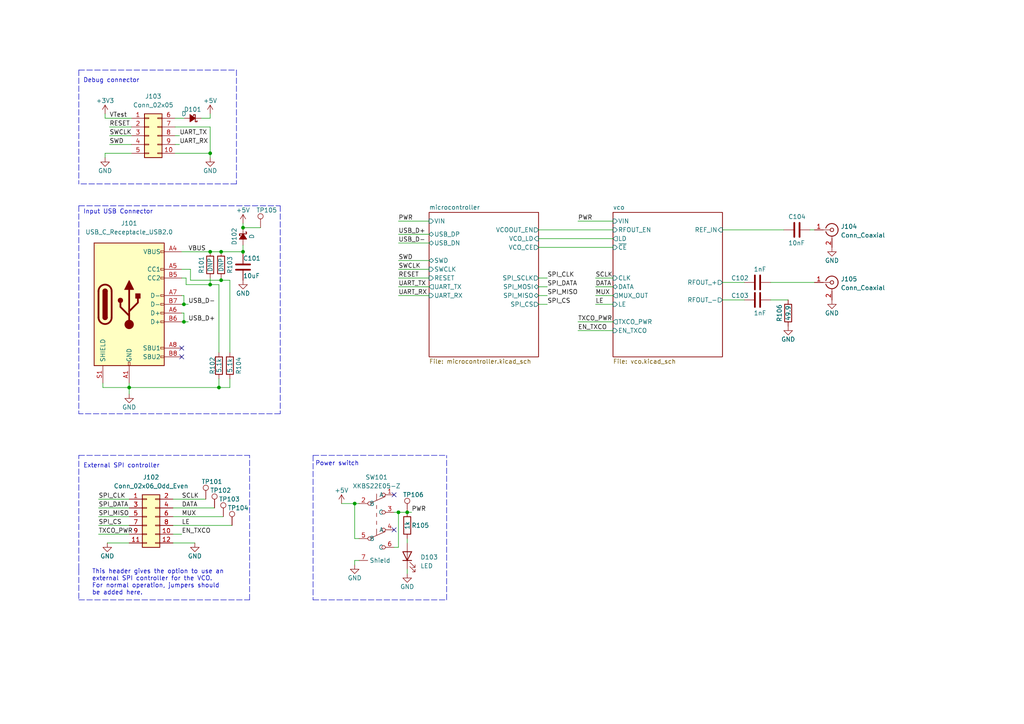
<source format=kicad_sch>
(kicad_sch (version 20211123) (generator eeschema)
  (paper "A4")
  (title_block (title "MAX2871 Eval Board") (date "2023-01-11") (rev "1.0") (company "The Antenna Guy"))
  (lib_symbols
    (symbol "Connector:Conn_Coaxial" (pin_names (offset 1.016) hide)
      (property "Reference" "J" (at 0.254 3.048 0))
      (property "Value" "Conn_Coaxial" (at 2.921 0 90))
      (symbol "Conn_Coaxial_0_1"
        (arc (start -1.778 -0.508) (mid 0.2311 -1.8066) (end 1.778 0) (stroke (width 0.254)))
        (polyline (pts (xy -2.54 0) (xy -0.508 0)))
        (polyline (pts (xy 0 -2.54) (xy 0 -1.778)))
        (circle (center 0 0) (radius 0.508) (stroke (width 0.2032)))
        (arc (start 1.778 0) (mid 0.2099 1.8101) (end -1.778 0.508) (stroke (width 0.254)))
      )
      (symbol "Conn_Coaxial_1_1"
        (pin passive line (at -5.08 0 0) (length 2.54) (name "In") (number "1"))
        (pin passive line (at 0 -5.08 90) (length 2.54) (name "Ext") (number "2"))
      )
    )
    (symbol "Connector:TestPoint" (pin_numbers hide) (pin_names (offset 0.762) hide)
      (property "Reference" "TP" (at 0 6.858 0))
      (property "Value" "TestPoint" (at 0 5.08 0))
      (symbol "TestPoint_0_1"
        (circle (center 0 3.302) (radius 0.762))
      )
      (symbol "TestPoint_1_1"
        (pin passive line (at 0 0 90) (length 2.54) (name "1") (number "1"))
      )
    )
    (symbol "Connector:USB_C_Receptacle_USB2.0" (pin_names (offset 1.016))
      (property "Reference" "J" (at -10.16 19.05 0))
      (property "Value" "USB_C_Receptacle_USB2.0" (at 19.05 19.05 0))
      (symbol "USB_C_Receptacle_USB2.0_0_0"
        (rectangle (start -0.254 -17.78) (end 0.254 -16.764))
        (rectangle (start 10.16 -14.986) (end 9.144 -15.494))
        (rectangle (start 10.16 -12.446) (end 9.144 -12.954))
        (rectangle (start 10.16 -4.826) (end 9.144 -5.334))
        (rectangle (start 10.16 -2.286) (end 9.144 -2.794))
        (rectangle (start 10.16 0.254) (end 9.144 -0.254))
        (rectangle (start 10.16 2.794) (end 9.144 2.286))
        (rectangle (start 10.16 7.874) (end 9.144 7.366))
        (rectangle (start 10.16 10.414) (end 9.144 9.906))
        (rectangle (start 10.16 15.494) (end 9.144 14.986))
      )
      (symbol "USB_C_Receptacle_USB2.0_0_1"
        (rectangle (start -10.16 17.78) (end 10.16 -17.78) (stroke (width 0.254)) (fill (type background)))
        (arc (start -8.89 -3.81) (mid -6.985 -5.715) (end -5.08 -3.81) (stroke (width 0.508)))
        (arc (start -7.62 -3.81) (mid -6.985 -4.445) (end -6.35 -3.81) (stroke (width 0.254)))
        (arc (start -7.62 -3.81) (mid -6.985 -4.445) (end -6.35 -3.81) (stroke (width 0.254)) (fill (type outline)))
        (rectangle (start -7.62 -3.81) (end -6.35 3.81) (stroke (width 0.254)) (fill (type outline)))
        (arc (start -6.35 3.81) (mid -6.985 4.445) (end -7.62 3.81) (stroke (width 0.254)))
        (arc (start -6.35 3.81) (mid -6.985 4.445) (end -7.62 3.81) (stroke (width 0.254)) (fill (type outline)))
        (arc (start -5.08 3.81) (mid -6.985 5.715) (end -8.89 3.81) (stroke (width 0.508)))
        (circle (center -2.54 1.143) (radius 0.635) (stroke (width 0.254)) (fill (type outline)))
        (circle (center 0 -5.842) (radius 1.27) (fill (type outline)))
        (polyline (pts (xy -8.89 -3.81) (xy -8.89 3.81)) (stroke (width 0.508)))
        (polyline (pts (xy -5.08 3.81) (xy -5.08 -3.81)) (stroke (width 0.508)))
        (polyline (pts (xy 0 -5.842) (xy 0 4.318)) (stroke (width 0.508)))
        (polyline (pts (xy 0 -3.302) (xy -2.54 -0.762) (xy -2.54 0.508)) (stroke (width 0.508)))
        (polyline (pts (xy 0 -2.032) (xy 2.54 0.508) (xy 2.54 1.778)) (stroke (width 0.508)))
        (polyline (pts (xy -1.27 4.318) (xy 0 6.858) (xy 1.27 4.318) (xy -1.27 4.318)) (stroke (width 0.254)) (fill (type outline)))
        (rectangle (start 1.905 1.778) (end 3.175 3.048) (stroke (width 0.254)) (fill (type outline)))
      )
      (symbol "USB_C_Receptacle_USB2.0_1_1"
        (pin passive line (at 0 -22.86 90) (length 5.08) (name "GND") (number "A1"))
        (pin passive line (at 0 -22.86 90) (length 5.08) hide (name "GND") (number "A12"))
        (pin passive line (at 15.24 15.24 180) (length 5.08) (name "VBUS") (number "A4"))
        (pin bidirectional line (at 15.24 10.16 180) (length 5.08) (name "CC1") (number "A5"))
        (pin bidirectional line (at 15.24 -2.54 180) (length 5.08) (name "D+") (number "A6"))
        (pin bidirectional line (at 15.24 2.54 180) (length 5.08) (name "D-") (number "A7"))
        (pin bidirectional line (at 15.24 -12.7 180) (length 5.08) (name "SBU1") (number "A8"))
        (pin passive line (at 15.24 15.24 180) (length 5.08) hide (name "VBUS") (number "A9"))
        (pin passive line (at 0 -22.86 90) (length 5.08) hide (name "GND") (number "B1"))
        (pin passive line (at 0 -22.86 90) (length 5.08) hide (name "GND") (number "B12"))
        (pin passive line (at 15.24 15.24 180) (length 5.08) hide (name "VBUS") (number "B4"))
        (pin bidirectional line (at 15.24 7.62 180) (length 5.08) (name "CC2") (number "B5"))
        (pin bidirectional line (at 15.24 -5.08 180) (length 5.08) (name "D+") (number "B6"))
        (pin bidirectional line (at 15.24 0 180) (length 5.08) (name "D-") (number "B7"))
        (pin bidirectional line (at 15.24 -15.24 180) (length 5.08) (name "SBU2") (number "B8"))
        (pin passive line (at 15.24 15.24 180) (length 5.08) hide (name "VBUS") (number "B9"))
        (pin passive line (at -7.62 -22.86 90) (length 5.08) (name "SHIELD") (number "S1"))
      )
    )
    (symbol "Connector_Generic:Conn_02x05_Top_Bottom" (pin_names (offset 1.016) hide)
      (property "Reference" "J" (at 1.27 7.62 0))
      (property "Value" "Conn_02x05_Top_Bottom" (at 1.27 -7.62 0))
      (symbol "Conn_02x05_Top_Bottom_1_1"
        (rectangle (start -1.27 -4.953) (end 0 -5.207) (stroke (width 0.1524)))
        (rectangle (start -1.27 -2.413) (end 0 -2.667) (stroke (width 0.1524)))
        (rectangle (start -1.27 0.127) (end 0 -0.127) (stroke (width 0.1524)))
        (rectangle (start -1.27 2.667) (end 0 2.413) (stroke (width 0.1524)))
        (rectangle (start -1.27 5.207) (end 0 4.953) (stroke (width 0.1524)))
        (rectangle (start -1.27 6.35) (end 3.81 -6.35) (stroke (width 0.254)) (fill (type background)))
        (rectangle (start 3.81 -4.953) (end 2.54 -5.207) (stroke (width 0.1524)))
        (rectangle (start 3.81 -2.413) (end 2.54 -2.667) (stroke (width 0.1524)))
        (rectangle (start 3.81 0.127) (end 2.54 -0.127) (stroke (width 0.1524)))
        (rectangle (start 3.81 2.667) (end 2.54 2.413) (stroke (width 0.1524)))
        (rectangle (start 3.81 5.207) (end 2.54 4.953) (stroke (width 0.1524)))
        (pin passive line (at -5.08 5.08 0) (length 3.81) (name "Pin_1") (number "1"))
        (pin passive line (at 7.62 -5.08 180) (length 3.81) (name "Pin_10") (number "10"))
        (pin passive line (at -5.08 2.54 0) (length 3.81) (name "Pin_2") (number "2"))
        (pin passive line (at -5.08 0 0) (length 3.81) (name "Pin_3") (number "3"))
        (pin passive line (at -5.08 -2.54 0) (length 3.81) (name "Pin_4") (number "4"))
        (pin passive line (at -5.08 -5.08 0) (length 3.81) (name "Pin_5") (number "5"))
        (pin passive line (at 7.62 5.08 180) (length 3.81) (name "Pin_6") (number "6"))
        (pin passive line (at 7.62 2.54 180) (length 3.81) (name "Pin_7") (number "7"))
        (pin passive line (at 7.62 0 180) (length 3.81) (name "Pin_8") (number "8"))
        (pin passive line (at 7.62 -2.54 180) (length 3.81) (name "Pin_9") (number "9"))
      )
    )
    (symbol "Connector_Generic:Conn_02x06_Odd_Even" (pin_names (offset 1.016) hide)
      (property "Reference" "J" (at 1.27 7.62 0))
      (property "Value" "Conn_02x06_Odd_Even" (at 1.27 -10.16 0))
      (symbol "Conn_02x06_Odd_Even_1_1"
        (rectangle (start -1.27 -7.493) (end 0 -7.747) (stroke (width 0.1524)))
        (rectangle (start -1.27 -4.953) (end 0 -5.207) (stroke (width 0.1524)))
        (rectangle (start -1.27 -2.413) (end 0 -2.667) (stroke (width 0.1524)))
        (rectangle (start -1.27 0.127) (end 0 -0.127) (stroke (width 0.1524)))
        (rectangle (start -1.27 2.667) (end 0 2.413) (stroke (width 0.1524)))
        (rectangle (start -1.27 5.207) (end 0 4.953) (stroke (width 0.1524)))
        (rectangle (start -1.27 6.35) (end 3.81 -8.89) (stroke (width 0.254)) (fill (type background)))
        (rectangle (start 3.81 -7.493) (end 2.54 -7.747) (stroke (width 0.1524)))
        (rectangle (start 3.81 -4.953) (end 2.54 -5.207) (stroke (width 0.1524)))
        (rectangle (start 3.81 -2.413) (end 2.54 -2.667) (stroke (width 0.1524)))
        (rectangle (start 3.81 0.127) (end 2.54 -0.127) (stroke (width 0.1524)))
        (rectangle (start 3.81 2.667) (end 2.54 2.413) (stroke (width 0.1524)))
        (rectangle (start 3.81 5.207) (end 2.54 4.953) (stroke (width 0.1524)))
        (pin passive line (at -5.08 5.08 0) (length 3.81) (name "Pin_1") (number "1"))
        (pin passive line (at 7.62 -5.08 180) (length 3.81) (name "Pin_10") (number "10"))
        (pin passive line (at -5.08 -7.62 0) (length 3.81) (name "Pin_11") (number "11"))
        (pin passive line (at 7.62 -7.62 180) (length 3.81) (name "Pin_12") (number "12"))
        (pin passive line (at 7.62 5.08 180) (length 3.81) (name "Pin_2") (number "2"))
        (pin passive line (at -5.08 2.54 0) (length 3.81) (name "Pin_3") (number "3"))
        (pin passive line (at 7.62 2.54 180) (length 3.81) (name "Pin_4") (number "4"))
        (pin passive line (at -5.08 0 0) (length 3.81) (name "Pin_5") (number "5"))
        (pin passive line (at 7.62 0 180) (length 3.81) (name "Pin_6") (number "6"))
        (pin passive line (at -5.08 -2.54 0) (length 3.81) (name "Pin_7") (number "7"))
        (pin passive line (at 7.62 -2.54 180) (length 3.81) (name "Pin_8") (number "8"))
        (pin passive line (at -5.08 -5.08 0) (length 3.81) (name "Pin_9") (number "9"))
      )
    )
    (symbol "Device:C" (pin_numbers hide) (pin_names (offset 0.254))
      (property "Reference" "C" (at 0.635 2.54 0))
      (property "Value" "C" (at 0.635 -2.54 0))
      (symbol "C_0_1"
        (polyline (pts (xy -2.032 -0.762) (xy 2.032 -0.762)) (stroke (width 0.508)))
        (polyline (pts (xy -2.032 0.762) (xy 2.032 0.762)) (stroke (width 0.508)))
      )
      (symbol "C_1_1"
        (pin passive line (at 0 3.81 270) (length 2.794) (name "~") (number "1"))
        (pin passive line (at 0 -3.81 90) (length 2.794) (name "~") (number "2"))
      )
    )
    (symbol "Device:D_Schottky_Small_Filled" (pin_numbers hide) (pin_names (offset 0.254) hide)
      (property "Reference" "D" (at -1.27 2.032 0))
      (property "Value" "D_Schottky_Small_Filled" (at -7.112 -2.032 0))
      (symbol "D_Schottky_Small_Filled_0_1"
        (polyline (pts (xy -0.762 0) (xy 0.762 0)))
        (polyline (pts (xy 0.762 -1.016) (xy -0.762 0) (xy 0.762 1.016) (xy 0.762 -1.016)) (stroke (width 0.254)) (fill (type outline)))
        (polyline (pts (xy -1.27 0.762) (xy -1.27 1.016) (xy -0.762 1.016) (xy -0.762 -1.016) (xy -0.254 -1.016) (xy -0.254 -0.762)) (stroke (width 0.254)))
      )
      (symbol "D_Schottky_Small_Filled_1_1"
        (pin passive line (at -2.54 0 0) (length 1.778) (name "K") (number "1"))
        (pin passive line (at 2.54 0 180) (length 1.778) (name "A") (number "2"))
      )
    )
    (symbol "Device:LED" (pin_numbers hide) (pin_names (offset 1.016) hide)
      (property "Reference" "D" (at 0 2.54 0))
      (property "Value" "LED" (at 0 -2.54 0))
      (symbol "LED_0_1"
        (polyline (pts (xy -1.27 -1.27) (xy -1.27 1.27)) (stroke (width 0.254)))
        (polyline (pts (xy -1.27 0) (xy 1.27 0)))
        (polyline (pts (xy 1.27 -1.27) (xy 1.27 1.27) (xy -1.27 0) (xy 1.27 -1.27)) (stroke (width 0.254)))
        (polyline (pts (xy -3.048 -0.762) (xy -4.572 -2.286) (xy -3.81 -2.286) (xy -4.572 -2.286) (xy -4.572 -1.524)))
        (polyline (pts (xy -1.778 -0.762) (xy -3.302 -2.286) (xy -2.54 -2.286) (xy -3.302 -2.286) (xy -3.302 -1.524)))
      )
      (symbol "LED_1_1"
        (pin passive line (at -3.81 0 0) (length 2.54) (name "K") (number "1"))
        (pin passive line (at 3.81 0 180) (length 2.54) (name "A") (number "2"))
      )
    )
    (symbol "Device:R" (pin_numbers hide) (pin_names (offset 0))
      (property "Reference" "R" (at 2.032 0 90))
      (property "Value" "R" (at 0 0 90))
      (symbol "R_0_1"
        (rectangle (start -1.016 -2.54) (end 1.016 2.54) (stroke (width 0.254)))
      )
      (symbol "R_1_1"
        (pin passive line (at 0 3.81 270) (length 1.27) (name "~") (number "1"))
        (pin passive line (at 0 -3.81 90) (length 1.27) (name "~") (number "2"))
      )
    )
    (symbol "XKBS22E05-Z:XKBS22E05-Z"
      (property "Reference" "SW" (at 0 0 0))
      (property "Value" "XKBS22E05-Z" (at 0 0 0))
      (symbol "XKBS22E05-Z_0_0"
        (circle (center -2.032 -5.08) (radius 0.508))
        (circle (center -2.032 5.08) (radius 0.508))
        (circle (center 2.032 -7.62) (radius 0.508))
        (circle (center 2.032 2.54) (radius 0.508))
      )
      (symbol "XKBS22E05-Z_0_1"
        (polyline (pts (xy -1.524 -4.826) (xy 2.54 -3.048)))
        (polyline (pts (xy -1.524 5.334) (xy 2.54 7.112)))
        (polyline (pts (xy 0 -2.286) (xy 0 -4.064)))
        (polyline (pts (xy 0 -1.016) (xy 0 0)))
        (polyline (pts (xy 0 1.27) (xy 0 2.286)))
        (polyline (pts (xy 0 3.556) (xy 0 4.572)))
        (polyline (pts (xy 0 7.874) (xy 0 6.096)))
        (circle (center 2.032 -2.54) (radius 0.508))
        (circle (center 2.032 7.62) (radius 0.508))
      )
      (symbol "XKBS22E05-Z_1_1"
        (pin passive line (at 5.08 7.62 180) (length 2.54) (name "A") (number "1"))
        (pin passive line (at -5.08 5.08 0) (length 2.54) (name "B") (number "2"))
        (pin passive line (at 5.08 2.54 180) (length 2.54) (name "C") (number "3"))
        (pin passive line (at 5.08 -2.54 180) (length 2.54) (name "A") (number "4"))
        (pin passive line (at -5.08 -5.08 0) (length 2.54) (name "B") (number "5"))
        (pin passive line (at 5.08 -7.62 180) (length 2.54) (name "C") (number "6"))
        (pin input line (at -5.08 -11.43 0) (length 2.54) (name "Shield") (number "7"))
      )
    )
    (symbol "power:+3V3" (power) (pin_names (offset 0))
      (property "Value" "+3V3" (at 0 3.556 0))
      (symbol "+3V3_0_1"
        (polyline (pts (xy -0.762 1.27) (xy 0 2.54)))
        (polyline (pts (xy 0 0) (xy 0 2.54)))
        (polyline (pts (xy 0 2.54) (xy 0.762 1.27)))
      )
      (symbol "+3V3_1_1"
        (pin power_in line (at 0 0 90) (length 0) hide (name "+3V3") (number "1"))
      )
    )
    (symbol "power:+5V" (power) (pin_names (offset 0))
      (property "Value" "+5V" (at 0 3.556 0))
      (symbol "+5V_0_1"
        (polyline (pts (xy -0.762 1.27) (xy 0 2.54)))
        (polyline (pts (xy 0 0) (xy 0 2.54)))
        (polyline (pts (xy 0 2.54) (xy 0.762 1.27)))
      )
      (symbol "+5V_1_1"
        (pin power_in line (at 0 0 90) (length 0) hide (name "+5V") (number "1"))
      )
    )
    (symbol "power:GND" (power) (pin_names (offset 0))
      (property "Value" "GND" (at 0 -3.81 0))
      (symbol "GND_0_1"
        (polyline (pts (xy 0 0) (xy 0 -1.27) (xy 1.27 -1.27) (xy 0 -2.54) (xy -1.27 -1.27) (xy 0 -1.27)))
      )
      (symbol "GND_1_1"
        (pin power_in line (at 0 0 270) (length 0) hide (name "GND") (number "1"))
      )
    )
  )
  (junction (at 64.135 81.28))
  (junction (at 115.57 148.59))
  (junction (at 64.135 73.025))
  (junction (at 53.34 88.265))
  (junction (at 63.5 112.395))
  (junction (at 60.96 82.55))
  (junction (at 60.96 73.025))
  (junction (at 102.87 146.05))
  (junction (at 118.11 148.59))
  (junction (at 60.96 44.45))
  (junction (at 70.485 73.025))
  (junction (at 37.465 112.395))
  (junction (at 70.485 66.04))
  (junction (at 53.34 93.345))
  (no_connect (at 52.705 103.505))
  (no_connect (at 52.705 100.965))
  (no_connect (at 114.3 153.67))
  (no_connect (at 114.3 143.51))
  (wire (pts (xy 70.485 66.04) (xy 75.565 66.04)))
  (wire (pts (xy 30.48 34.29) (xy 38.1 34.29)))
  (polyline (pts (xy 129.54 173.99) (xy 129.54 132.08)))
  (wire (pts (xy 60.96 73.025) (xy 64.135 73.025)))
  (wire (pts (xy 60.96 33.02) (xy 60.96 34.29)))
  (wire (pts (xy 28.575 144.78) (xy 37.465 144.78)))
  (polyline (pts (xy 22.86 20.32) (xy 22.86 53.34)))
  (wire (pts (xy 172.72 85.725) (xy 177.8 85.725)))
  (wire (pts (xy 58.42 34.29) (xy 60.96 34.29)))
  (wire (pts (xy 30.48 33.02) (xy 30.48 34.29)))
  (wire (pts (xy 115.57 85.725) (xy 124.46 85.725)))
  (wire (pts (xy 52.705 90.805) (xy 53.34 90.805)))
  (wire (pts (xy 53.34 88.265) (xy 54.61 88.265)))
  (wire (pts (xy 53.975 82.55) (xy 60.96 82.55)))
  (wire (pts (xy 115.57 64.135) (xy 124.46 64.135)))
  (polyline (pts (xy 22.86 173.99) (xy 72.39 173.99)))
  (wire (pts (xy 114.3 158.75) (xy 115.57 158.75)))
  (wire (pts (xy 50.165 147.32) (xy 62.23 147.32)))
  (wire (pts (xy 209.55 66.675) (xy 227.33 66.675)))
  (wire (pts (xy 53.34 85.725) (xy 53.34 88.265)))
  (wire (pts (xy 53.34 90.805) (xy 53.34 93.345)))
  (wire (pts (xy 50.165 154.94) (xy 52.705 154.94)))
  (wire (pts (xy 52.705 85.725) (xy 53.34 85.725)))
  (wire (pts (xy 53.34 93.345) (xy 54.61 93.345)))
  (wire (pts (xy 70.485 64.77) (xy 70.485 66.04)))
  (wire (pts (xy 156.21 85.725) (xy 158.75 85.725)))
  (wire (pts (xy 66.675 81.28) (xy 66.675 102.235)))
  (wire (pts (xy 64.135 80.645) (xy 64.135 81.28)))
  (wire (pts (xy 115.57 67.945) (xy 124.46 67.945)))
  (polyline (pts (xy 68.58 20.32) (xy 68.58 53.34)))
  (wire (pts (xy 234.95 66.675) (xy 236.22 66.675)))
  (wire (pts (xy 28.575 152.4) (xy 37.465 152.4)))
  (wire (pts (xy 115.57 78.105) (xy 124.46 78.105)))
  (wire (pts (xy 29.845 111.125) (xy 29.845 112.395)))
  (wire (pts (xy 172.72 80.645) (xy 177.8 80.645)))
  (wire (pts (xy 118.11 148.59) (xy 119.38 148.59)))
  (wire (pts (xy 115.57 70.485) (xy 124.46 70.485)))
  (wire (pts (xy 167.64 95.885) (xy 177.8 95.885)))
  (polyline (pts (xy 68.58 53.34) (xy 22.86 53.34)))
  (wire (pts (xy 156.21 80.645) (xy 158.75 80.645)))
  (wire (pts (xy 55.245 81.28) (xy 64.135 81.28)))
  (wire (pts (xy 50.8 41.91) (xy 52.07 41.91)))
  (wire (pts (xy 52.705 80.645) (xy 53.975 80.645)))
  (wire (pts (xy 50.8 39.37) (xy 52.07 39.37)))
  (wire (pts (xy 223.52 86.995) (xy 228.6 86.995)))
  (wire (pts (xy 102.87 146.05) (xy 104.14 146.05)))
  (wire (pts (xy 28.575 154.94) (xy 37.465 154.94)))
  (polyline (pts (xy 72.39 173.99) (xy 72.39 132.08)))
  (wire (pts (xy 60.96 44.45) (xy 60.96 45.72)))
  (wire (pts (xy 37.465 111.125) (xy 37.465 112.395)))
  (wire (pts (xy 63.5 109.855) (xy 63.5 112.395)))
  (wire (pts (xy 50.165 152.4) (xy 67.31 152.4)))
  (wire (pts (xy 28.575 149.86) (xy 37.465 149.86)))
  (wire (pts (xy 64.135 81.28) (xy 66.675 81.28)))
  (wire (pts (xy 52.705 88.265) (xy 53.34 88.265)))
  (wire (pts (xy 114.3 148.59) (xy 115.57 148.59)))
  (polyline (pts (xy 22.86 20.32) (xy 68.58 20.32)))
  (wire (pts (xy 209.55 81.915) (xy 215.9 81.915)))
  (wire (pts (xy 37.465 112.395) (xy 37.465 114.3)))
  (wire (pts (xy 156.21 71.755) (xy 177.8 71.755)))
  (wire (pts (xy 104.14 156.21) (xy 102.87 156.21)))
  (wire (pts (xy 172.72 83.185) (xy 177.8 83.185)))
  (wire (pts (xy 31.75 36.83) (xy 38.1 36.83)))
  (wire (pts (xy 156.21 66.675) (xy 177.8 66.675)))
  (wire (pts (xy 209.55 86.995) (xy 215.9 86.995)))
  (wire (pts (xy 50.8 44.45) (xy 60.96 44.45)))
  (wire (pts (xy 223.52 81.915) (xy 236.22 81.915)))
  (polyline (pts (xy 22.86 59.69) (xy 81.28 59.69)))
  (polyline (pts (xy 22.86 165.1) (xy 22.86 132.08)))
  (polyline (pts (xy 81.28 59.69) (xy 81.28 120.015)))
  (wire (pts (xy 167.64 64.135) (xy 177.8 64.135)))
  (wire (pts (xy 172.72 88.265) (xy 177.8 88.265)))
  (wire (pts (xy 31.115 157.48) (xy 37.465 157.48)))
  (wire (pts (xy 63.5 82.55) (xy 63.5 102.235)))
  (wire (pts (xy 66.675 109.855) (xy 66.675 112.395)))
  (wire (pts (xy 156.21 69.215) (xy 177.8 69.215)))
  (wire (pts (xy 52.705 73.025) (xy 60.96 73.025)))
  (wire (pts (xy 102.87 162.56) (xy 102.87 163.83)))
  (wire (pts (xy 70.485 73.025) (xy 70.485 73.66)))
  (wire (pts (xy 70.485 71.12) (xy 70.485 73.025)))
  (wire (pts (xy 50.165 144.78) (xy 59.69 144.78)))
  (wire (pts (xy 102.87 146.05) (xy 102.87 156.21)))
  (wire (pts (xy 52.705 93.345) (xy 53.34 93.345)))
  (wire (pts (xy 60.96 82.55) (xy 63.5 82.55)))
  (wire (pts (xy 50.165 157.48) (xy 56.515 157.48)))
  (wire (pts (xy 50.8 36.83) (xy 60.96 36.83)))
  (wire (pts (xy 31.75 39.37) (xy 38.1 39.37)))
  (wire (pts (xy 156.21 83.185) (xy 158.75 83.185)))
  (wire (pts (xy 50.8 34.29) (xy 53.34 34.29)))
  (polyline (pts (xy 22.86 165.1) (xy 22.86 173.99)))
  (wire (pts (xy 38.1 44.45) (xy 30.48 44.45)))
  (wire (pts (xy 31.75 41.91) (xy 38.1 41.91)))
  (wire (pts (xy 115.57 148.59) (xy 118.11 148.59)))
  (wire (pts (xy 118.11 156.21) (xy 118.11 157.48)))
  (wire (pts (xy 167.64 93.345) (xy 177.8 93.345)))
  (polyline (pts (xy 22.86 132.08) (xy 72.39 132.08)))
  (wire (pts (xy 63.5 112.395) (xy 66.675 112.395)))
  (wire (pts (xy 28.575 147.32) (xy 37.465 147.32)))
  (wire (pts (xy 115.57 75.565) (xy 124.46 75.565)))
  (wire (pts (xy 37.465 112.395) (xy 63.5 112.395)))
  (polyline (pts (xy 90.805 173.99) (xy 129.54 173.99)))
  (wire (pts (xy 118.11 165.1) (xy 118.11 166.37)))
  (wire (pts (xy 115.57 83.185) (xy 124.46 83.185)))
  (polyline (pts (xy 90.805 132.08) (xy 129.54 132.08)))
  (polyline (pts (xy 90.805 132.08) (xy 90.805 173.99)))
  (wire (pts (xy 52.705 78.105) (xy 55.245 78.105)))
  (polyline (pts (xy 81.28 120.015) (xy 22.86 120.015)))
  (wire (pts (xy 30.48 44.45) (xy 30.48 45.72)))
  (polyline (pts (xy 22.86 59.69) (xy 22.86 120.015)))
  (wire (pts (xy 50.165 149.86) (xy 64.77 149.86)))
  (wire (pts (xy 29.845 112.395) (xy 37.465 112.395)))
  (wire (pts (xy 60.96 36.83) (xy 60.96 44.45)))
  (wire (pts (xy 64.135 73.025) (xy 70.485 73.025)))
  (wire (pts (xy 156.21 88.265) (xy 158.75 88.265)))
  (wire (pts (xy 104.14 162.56) (xy 102.87 162.56)))
  (wire (pts (xy 60.96 80.645) (xy 60.96 82.55)))
  (wire (pts (xy 115.57 158.75) (xy 115.57 148.59)))
  (wire (pts (xy 53.975 80.645) (xy 53.975 82.55)))
  (wire (pts (xy 55.245 78.105) (xy 55.245 81.28)))
  (wire (pts (xy 115.57 80.645) (xy 124.46 80.645)))
  (wire (pts (xy 99.06 146.05) (xy 102.87 146.05)))
  (text "Input USB Connector" (at 24.13 62.23 0) (effects (font (size 1.27 1.27)) (justify left bottom)))
  (text "Power switch" (at 91.44 135.255 0) (effects (font (size 1.27 1.27)) (justify left bottom)))
  (text "Debug connector" (at 24.13 24.13 0) (effects (font (size 1.27 1.27)) (justify left bottom)))
  (text "This header gives the option to use an \nexternal SPI controller for the VCO. \nFor normal operation, jumpers should \nbe added here." (at 26.67 172.72 0) (effects (font (size 1.27 1.27)) (justify left bottom)))
  (text "External SPI controller" (at 24.13 135.89 0) (effects (font (size 1.27 1.27)) (justify left bottom)))
  (label "SCLK" (at 172.72 80.645 0))
  (label "USB_D+" (at 115.57 67.945 0))
  (label "MUX" (at 172.72 85.725 0))
  (label "PWR" (at 119.38 148.59 0))
  (label "EN_TXCO" (at 52.705 154.94 0))
  (label "EN_TXCO" (at 167.64 95.885 0))
  (label "DATA" (at 172.72 83.185 0))
  (label "SPI_MISO" (at 28.575 149.86 0))
  (label "USB_D-" (at 115.57 70.485 0))
  (label "SWD" (at 115.57 75.565 0))
  (label "VBUS" (at 54.61 73.025 0))
  (label "SPI_CS" (at 28.575 152.4 0))
  (label "SCLK" (at 52.705 144.78 0))
  (label "LE" (at 172.72 88.265 0))
  (label "UART_TX" (at 52.07 39.37 0))
  (label "SWCLK" (at 115.57 78.105 0))
  (label "RESET" (at 115.57 80.645 0))
  (label "LE" (at 52.705 152.4 0))
  (label "SPI_DATA" (at 28.575 147.32 0))
  (label "PWR" (at 115.57 64.135 0))
  (label "UART_TX" (at 115.57 83.185 0))
  (label "PWR" (at 167.64 64.135 0))
  (label "SPI_CLK" (at 158.75 80.645 0))
  (label "UART_RX" (at 115.57 85.725 0))
  (label "SWCLK" (at 31.75 39.37 0))
  (label "SPI_MISO" (at 158.75 85.725 0))
  (label "TXCO_PWR" (at 28.575 154.94 0))
  (label "SPI_CS" (at 158.75 88.265 0))
  (label "SPI_CLK" (at 28.575 144.78 0))
  (label "RESET" (at 31.75 36.83 0))
  (label "TXCO_PWR" (at 167.64 93.345 0))
  (label "USB_D+" (at 54.61 93.345 0))
  (label "SWD" (at 31.75 41.91 0))
  (label "UART_RX" (at 52.07 41.91 0))
  (label "VTest" (at 31.75 34.29 0))
  (label "SPI_DATA" (at 158.75 83.185 0))
  (label "MUX" (at 52.705 149.86 0))
  (label "USB_D-" (at 54.61 88.265 0))
  (label "DATA" (at 52.705 147.32 0))
  (symbol (lib_id "power:GND") (at 30.48 45.72 0) (unit 1)
    (property "Reference" "#PWR0102" (effects hide))
    (property "Value" "GND" (at 30.48 49.53 0))
  )
  (symbol (lib_id "Connector:Conn_Coaxial") (at 241.3 66.675 0) (unit 1)
    (property "Reference" "J104" (at 243.84 65.6981 0) (effects (justify left)))
    (property "Value" "Conn_Coaxial" (at 243.84 68.2381 0) (effects (justify left)))
    (property "Footprint" "CONSMA002-L_SMA_COAX_CONN:LINX_CONSMA002-L" (effects hide))
    (property "Datasheet" " ~" (effects hide))
    (property "Manufacturer" "Dosin" (effects hide))
    (property "Part Number" "DOSIN-806-0186" (effects hide))
    (property "LCSC" "C709668" (effects hide))
    (property "Partnumber" "DOSIN-806-0186" (effects hide))
  )
  (symbol (lib_id "power:GND") (at 31.115 157.48 0) (unit 1)
    (property "Reference" "#PWR0103" (effects hide))
    (property "Value" "GND" (at 31.115 161.29 0))
  )
  (symbol (lib_id "Device:C") (at 219.71 81.915 90) (unit 1)
    (property "Reference" "C102" (at 217.17 80.645 90) (effects (justify left)))
    (property "Value" "1nF" (at 222.25 78.105 90) (effects (justify left)))
    (property "Footprint" "Capacitor_SMD:C_0402_1005Metric" (effects hide))
    (property "Manufacturer" "Murata" (effects hide))
    (property "Part Number" "GCM155R71H102KA37D" (effects hide))
    (property "LCSC" "C126532" (effects hide))
    (property "Partnumber" "GCM155R71H102KA37D" (effects hide))
  )
  (symbol (lib_id "power:GND") (at 241.3 71.755 0) (unit 1)
    (property "Reference" "#PWR0114" (effects hide))
    (property "Value" "GND" (at 241.3 75.565 0))
  )
  (symbol (lib_id "Device:C") (at 219.71 86.995 90) (unit 1)
    (property "Reference" "C103" (at 217.17 85.725 90) (effects (justify left)))
    (property "Value" "1nF" (at 222.25 90.805 90) (effects (justify left)))
    (property "Footprint" "Capacitor_SMD:C_0402_1005Metric" (effects hide))
    (property "Manufacturer" "Murata" (effects hide))
    (property "Part Number" "GCM155R71H102KA37D" (effects hide))
    (property "LCSC" "C126532" (effects hide))
    (property "Partnumber" "GCM155R71H102KA37D" (effects hide))
  )
  (symbol (lib_id "Device:R") (at 64.135 76.835 180) (unit 1)
    (property "Reference" "R103" (at 66.675 76.835 90))
    (property "Value" "DNP" (at 64.135 76.835 90))
    (property "Footprint" "Resistor_SMD:R_0402_1005Metric" (effects hide))
  )
  (symbol (lib_id "Device:R") (at 228.6 90.805 180) (unit 1)
    (property "Reference" "R106" (at 226.06 90.805 90))
    (property "Value" "49.9" (at 228.6 90.805 90))
    (property "Footprint" "Resistor_SMD:R_0402_1005Metric" (effects hide))
    (property "Manufacturer" "Resistor Today" (effects hide))
    (property "Part Number" "PTFR0402B49R9N9" (effects hide))
    (property "LCSC" "C2692754" (effects hide))
    (property "Partnumber" "PTFR0402B49R9N9" (effects hide))
  )
  (symbol (lib_id "power:GND") (at 70.485 81.28 0) (unit 1)
    (property "Reference" "#PWR0109" (effects hide))
    (property "Value" "GND" (at 70.485 85.09 0))
  )
  (symbol (lib_id "Connector:TestPoint") (at 64.77 149.86 0) (unit 1)
    (property "Reference" "TP103" (at 63.5 144.78 0) (effects (justify left)))
    (property "Value" " " (at 66.675 147.8279 0) (effects (justify left)))
    (property "Footprint" "TestPoint:TestPoint_Pad_D1.0mm" (effects hide))
  )
  (symbol (lib_id "power:GND") (at 241.3 86.995 0) (unit 1)
    (property "Reference" "#PWR0115" (effects hide))
    (property "Value" "GND" (at 241.3 90.805 0))
  )
  (symbol (lib_id "Device:D_Schottky_Small_Filled") (at 70.485 68.58 270) (unit 1)
    (property "Reference" "D102" (at 67.945 68.58 0))
    (property "Value" "D" (at 73.025 68.58 0))
    (property "Footprint" "Diode_SMD:D_SMA" (effects hide))
    (property "Manufacturer" "YFW" (effects hide))
    (property "Part Number" "SS12" (effects hide))
    (property "LCSC" "C2898535" (effects hide))
    (property "Partnumber" "SS12" (effects hide))
  )
  (symbol (lib_id "power:+5V") (at 70.485 64.77 0) (unit 1)
    (property "Reference" "#PWR0108" (effects hide))
    (property "Value" "+5V" (at 70.485 60.96 0))
  )
  (symbol (lib_id "Connector:Conn_Coaxial") (at 241.3 81.915 0) (unit 1)
    (property "Reference" "J105" (at 243.84 80.9381 0) (effects (justify left)))
    (property "Value" "Conn_Coaxial" (at 243.84 83.4781 0) (effects (justify left)))
    (property "Footprint" "CONSMA002-L_SMA_COAX_CONN:LINX_CONSMA002-L" (effects hide))
    (property "Datasheet" " ~" (effects hide))
    (property "Manufacturer" "Dosin" (effects hide))
    (property "Part Number" "DOSIN-806-0186" (effects hide))
    (property "LCSC" "C709668" (effects hide))
    (property "Partnumber" "DOSIN-806-0186" (effects hide))
  )
  (symbol (lib_id "power:GND") (at 118.11 166.37 0) (unit 1)
    (property "Reference" "#PWR0112" (effects hide))
    (property "Value" "GND" (at 118.11 170.18 0))
  )
  (symbol (lib_id "power:GND") (at 37.465 114.3 0) (unit 1)
    (property "Reference" "#PWR0104" (effects hide))
    (property "Value" "GND" (at 37.465 118.11 0))
  )
  (symbol (lib_id "Connector_Generic:Conn_02x06_Odd_Even") (at 42.545 149.86 0) (unit 1)
    (property "Reference" "J102" (at 43.815 138.43 0))
    (property "Value" "Conn_02x06_Odd_Even" (at 43.815 140.97 0))
    (property "Footprint" "Connector_PinHeader_2.54mm:PinHeader_2x06_P2.54mm_Horizontal" (effects hide))
    (property "Manufacturer" "XFCN" (effects hide))
    (property "Part Number" "PZ254R-12-12P" (effects hide))
    (property "LCSC" "C492434" (effects hide))
    (property "Partnumber" "PZ254R-12-12P" (effects hide))
  )
  (symbol (lib_id "Connector:USB_C_Receptacle_USB2.0") (at 37.465 88.265 0) (unit 1)
    (property "Reference" "J101" (at 37.465 64.77 0))
    (property "Value" "USB_C_Receptacle_USB2.0" (at 37.465 67.31 0))
    (property "Footprint" "USB4105-GF-A:GCT_USB4105-GF-A" (effects hide))
    (property "Datasheet" "https://www.usb.org/sites/default/files/documents/usb_type-c.zip" (effects hide))
    (property "Manufacturer" "GCT" (effects hide))
    (property "Part Number" "USB4105-GF-A" (effects hide))
  )
  (symbol (lib_id "power:+3V3") (at 30.48 33.02 0) (unit 1)
    (property "Reference" "#PWR0101" (effects hide))
    (property "Value" "+3V3" (at 30.48 29.21 0))
  )
  (symbol (lib_id "Device:C") (at 70.485 77.47 0) (unit 1)
    (property "Reference" "C101" (at 70.485 74.93 0) (effects (justify left)))
    (property "Value" "10uF" (at 70.485 80.01 0) (effects (justify left)))
    (property "Footprint" "Capacitor_SMD:C_0603_1608Metric" (effects hide))
    (property "Manufacturer" "Samsung" (effects hide))
    (property "Part Number" "CL10A106MO8NQNC" (effects hide))
    (property "LCSC" "C92487" (effects hide))
    (property "Partnumber" "GCM155C71A105KE38D" (effects hide))
  )
  (symbol (lib_id "power:+5V") (at 60.96 33.02 0) (unit 1)
    (property "Reference" "#PWR0106" (effects hide))
    (property "Value" "+5V" (at 60.96 29.21 0))
  )
  (symbol (lib_id "Device:D_Schottky_Small_Filled") (at 55.88 34.29 180) (unit 1)
    (property "Reference" "D101" (at 55.88 31.75 0))
    (property "Value" "D" (at 53.34 33.02 0))
    (property "Footprint" "Diode_SMD:D_SMA" (effects hide))
    (property "Manufacturer" "YFW" (effects hide))
    (property "Part Number" "SS12" (effects hide))
    (property "LCSC" "C2898535" (effects hide))
    (property "Partnumber" "SS12" (effects hide))
  )
  (symbol (lib_id "Device:R") (at 63.5 106.045 0) (unit 1)
    (property "Reference" "R102" (at 61.595 106.045 90))
    (property "Value" "5.1k" (at 63.5 106.045 90))
    (property "Footprint" "Resistor_SMD:R_0402_1005Metric" (effects hide))
    (property "Manufacturer" "Resistor Today" (effects hide))
    (property "Part Number" "PTFR0402B5K10N9" (effects hide))
    (property "LCSC" "C351692" (effects hide))
    (property "Partnumber" "PTFR0402B5K10N9" (effects hide))
  )
  (symbol (lib_id "power:GND") (at 228.6 94.615 0) (unit 1)
    (property "Reference" "#PWR0113" (effects hide))
    (property "Value" "GND" (at 228.6 98.425 0))
  )
  (symbol (lib_id "power:GND") (at 56.515 157.48 0) (unit 1)
    (property "Reference" "#PWR0105" (effects hide))
    (property "Value" "GND" (at 56.515 161.29 0))
  )
  (symbol (lib_id "power:+5V") (at 99.06 146.05 0) (unit 1)
    (property "Reference" "#PWR0110" (effects hide))
    (property "Value" "+5V" (at 99.06 142.24 0))
  )
  (symbol (lib_id "Connector:TestPoint") (at 75.565 66.04 0) (unit 1)
    (property "Reference" "TP105" (at 74.295 60.96 0) (effects (justify left)))
    (property "Value" " " (at 77.47 64.0079 0) (effects (justify left)))
    (property "Footprint" "TestPoint:TestPoint_Pad_D1.5mm" (effects hide))
  )
  (symbol (lib_id "Connector:TestPoint") (at 62.23 147.32 0) (unit 1)
    (property "Reference" "TP102" (at 60.96 142.24 0) (effects (justify left)))
    (property "Value" " " (at 64.135 145.2879 0) (effects (justify left)))
    (property "Footprint" "TestPoint:TestPoint_Pad_D1.0mm" (effects hide))
  )
  (symbol (lib_id "XKBS22E05-Z:XKBS22E05-Z") (at 109.22 151.13 0) (unit 1)
    (property "Reference" "SW101" (at 109.22 138.43 0))
    (property "Value" "XKBS22E05-Z" (at 109.22 140.97 0))
    (property "Footprint" "XKBS22E05-Z:XKBS22E05-Z" (effects hide))
    (property "Manufacturer" "XKB Connectivity" (effects hide))
    (property "Part Number" "XKBS22E05-Z" (effects hide))
    (property "LCSC" "C692489" (effects hide))
    (property "Partnumber" "XKBS22E05-Z" (effects hide))
  )
  (symbol (lib_id "power:GND") (at 60.96 45.72 0) (unit 1)
    (property "Reference" "#PWR0107" (effects hide))
    (property "Value" "GND" (at 60.96 49.53 0))
  )
  (symbol (lib_id "Connector:TestPoint") (at 59.69 144.78 0) (unit 1)
    (property "Reference" "TP101" (at 58.42 139.7 0) (effects (justify left)))
    (property "Value" " " (at 61.595 142.7479 0) (effects (justify left)))
    (property "Footprint" "TestPoint:TestPoint_Pad_D1.0mm" (effects hide))
  )
  (symbol (lib_id "Device:R") (at 60.96 76.835 180) (unit 1)
    (property "Reference" "R101" (at 58.42 76.835 90))
    (property "Value" "DNP" (at 60.96 76.835 90))
    (property "Footprint" "Resistor_SMD:R_0402_1005Metric" (effects hide))
  )
  (symbol (lib_id "Connector:TestPoint") (at 118.11 148.59 0) (unit 1)
    (property "Reference" "TP106" (at 116.84 143.51 0) (effects (justify left)))
    (property "Value" " " (at 120.015 146.5579 0) (effects (justify left)))
    (property "Footprint" "TestPoint:TestPoint_Pad_D1.5mm" (effects hide))
  )
  (symbol (lib_id "power:GND") (at 102.87 163.83 0) (unit 1)
    (property "Reference" "#PWR0111" (effects hide))
    (property "Value" "GND" (at 102.87 167.64 0))
  )
  (symbol (lib_id "Connector:TestPoint") (at 67.31 152.4 0) (unit 1)
    (property "Reference" "TP104" (at 66.04 147.32 0) (effects (justify left)))
    (property "Value" " " (at 69.215 150.3679 0) (effects (justify left)))
    (property "Footprint" "TestPoint:TestPoint_Pad_D1.0mm" (effects hide))
  )
  (symbol (lib_id "Device:R") (at 118.11 152.4 180) (unit 1)
    (property "Reference" "R105" (at 121.92 152.4 0))
    (property "Value" "1k" (at 118.11 152.4 90))
    (property "Footprint" "Resistor_SMD:R_0402_1005Metric" (effects hide))
    (property "LCSC" "C705665" (effects hide))
    (property "Manufacturer" "YAGEO" (effects hide))
    (property "Part Number" "RT0402CRE071KL" (effects hide))
    (property "Partnumber" "RT0402CRE071KL" (effects hide))
  )
  (symbol (lib_id "Device:R") (at 66.675 106.045 0) (unit 1)
    (property "Reference" "R104" (at 69.215 106.045 90))
    (property "Value" "5.1k" (at 66.675 106.045 90))
    (property "Footprint" "Resistor_SMD:R_0402_1005Metric" (effects hide))
    (property "Manufacturer" "Resistor Today" (effects hide))
    (property "Part Number" "PTFR0402B5K10N9" (effects hide))
    (property "LCSC" "C351692" (effects hide))
    (property "Partnumber" "PTFR0402B5K10N9" (effects hide))
  )
  (symbol (lib_id "Device:LED") (at 118.11 161.29 90) (unit 1)
    (property "Reference" "D103" (at 121.92 161.6074 90) (effects (justify right)))
    (property "Value" "LED" (at 121.92 164.1474 90) (effects (justify right)))
    (property "Footprint" "LED_THT:LED_D3.0mm_Horizontal_O3.81mm_Z2.0mm" (effects hide))
  )
  (symbol (lib_id "Device:C") (at 231.14 66.675 270) (unit 1)
    (property "Reference" "C104" (at 228.6 62.865 90) (effects (justify left)))
    (property "Value" "10nF" (at 228.6 70.485 90) (effects (justify left)))
    (property "Footprint" "Capacitor_SMD:C_0402_1005Metric" (effects hide))
    (property "Manufacturer" "Taiyo Yuden" (effects hide))
    (property "Part Number" " TMK105B7103KVHF" (effects hide))
    (property "LCSC" "C650944" (effects hide))
    (property "Partnumber" " TMK105B7103KVHF" (effects hide))
  )
  (symbol (lib_id "Connector_Generic:Conn_02x05_Top_Bottom") (at 43.18 39.37 0) (unit 1)
    (property "Reference" "J103" (at 44.45 27.94 0))
    (property "Value" "Conn_02x05" (at 44.45 30.48 0))
    (property "Footprint" "Connector_PinHeader_1.27mm:PinHeader_2x05_P1.27mm_Vertical" (effects hide))
  )
  (sheet (at 177.8 61.595) (size 31.75 41.91) (stroke (width 0.1524))
    (property "Sheet name" "vco" (at 177.8 60.8834 0) (effects (justify left bottom)))
    (property "Sheet file" "vco.kicad_sch" (at 177.8 104.0896 0) (effects (justify left top)))
    (pin "DATA" bidirectional (at 177.8 83.185 180))
    (pin "CLK" input (at 177.8 80.645 180))
    (pin "RFOUT_EN" input (at 177.8 66.675 180))
    (pin "LE" input (at 177.8 88.265 180))
    (pin "REF_IN" input (at 209.55 66.675 0))
    (pin "LD" output (at 177.8 69.215 180))
    (pin "VIN" input (at 177.8 64.135 180))
    (pin "MUX_OUT" output (at 177.8 85.725 180))
    (pin "RFOUT_+" output (at 209.55 81.915 0))
    (pin "RFOUT_-" output (at 209.55 86.995 0))
    (pin "EN_TXCO" input (at 177.8 95.885 180))
    (pin "TXCO_PWR" output (at 177.8 93.345 180))
    (pin "~{CE}" input (at 177.8 71.755 180))
  )
  (sheet (at 124.46 61.595) (size 31.75 41.91) (stroke (width 0.1524))
    (property "Sheet name" "microcontroller" (at 124.46 60.8834 0) (effects (justify left bottom)))
    (property "Sheet file" "microcontroller.kicad_sch" (at 124.46 104.0896 0) (effects (justify left top)))
    (pin "USB_DP" bidirectional (at 124.46 67.945 180))
    (pin "USB_DN" bidirectional (at 124.46 70.485 180))
    (pin "SWCLK" input (at 124.46 78.105 180))
    (pin "SWD" bidirectional (at 124.46 75.565 180))
    (pin "VIN" input (at 124.46 64.135 180))
    (pin "UART_RX" input (at 124.46 85.725 180))
    (pin "UART_TX" output (at 124.46 83.185 180))
    (pin "SPI_SCLK" output (at 156.21 80.645 0))
    (pin "SPI_CS" output (at 156.21 88.265 0))
    (pin "SPI_MOSI" bidirectional (at 156.21 83.185 0))
    (pin "SPI_MISO" bidirectional (at 156.21 85.725 0))
    (pin "RESET" input (at 124.46 80.645 180))
    (pin "VCOOUT_EN" output (at 156.21 66.675 0))
    (pin "VCO_LD" input (at 156.21 69.215 0))
    (pin "VCO_CE" output (at 156.21 71.755 0))
  )
)
</source>
